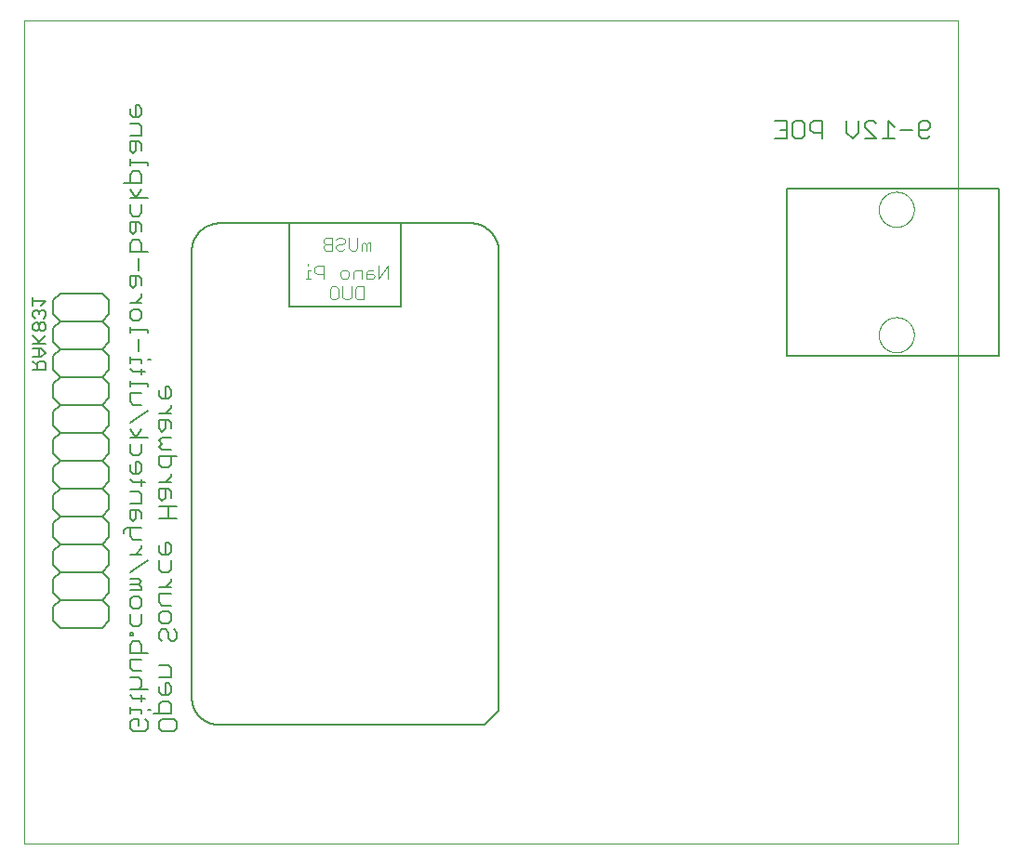
<source format=gbo>
G75*
%MOIN*%
%OFA0B0*%
%FSLAX25Y25*%
%IPPOS*%
%LPD*%
%AMOC8*
5,1,8,0,0,1.08239X$1,22.5*
%
%ADD10C,0.00000*%
%ADD11C,0.00600*%
%ADD12C,0.00500*%
%ADD13C,0.00800*%
%ADD14C,0.00400*%
D10*
X0021800Y0006800D02*
X0021800Y0302076D01*
X0356446Y0302076D01*
X0356446Y0006800D01*
X0021800Y0006800D01*
X0328001Y0189300D02*
X0328003Y0189458D01*
X0328009Y0189616D01*
X0328019Y0189774D01*
X0328033Y0189932D01*
X0328051Y0190089D01*
X0328072Y0190246D01*
X0328098Y0190402D01*
X0328128Y0190558D01*
X0328161Y0190713D01*
X0328199Y0190866D01*
X0328240Y0191019D01*
X0328285Y0191171D01*
X0328334Y0191322D01*
X0328387Y0191471D01*
X0328443Y0191619D01*
X0328503Y0191765D01*
X0328567Y0191910D01*
X0328635Y0192053D01*
X0328706Y0192195D01*
X0328780Y0192335D01*
X0328858Y0192472D01*
X0328940Y0192608D01*
X0329024Y0192742D01*
X0329113Y0192873D01*
X0329204Y0193002D01*
X0329299Y0193129D01*
X0329396Y0193254D01*
X0329497Y0193376D01*
X0329601Y0193495D01*
X0329708Y0193612D01*
X0329818Y0193726D01*
X0329931Y0193837D01*
X0330046Y0193946D01*
X0330164Y0194051D01*
X0330285Y0194153D01*
X0330408Y0194253D01*
X0330534Y0194349D01*
X0330662Y0194442D01*
X0330792Y0194532D01*
X0330925Y0194618D01*
X0331060Y0194702D01*
X0331196Y0194781D01*
X0331335Y0194858D01*
X0331476Y0194930D01*
X0331618Y0195000D01*
X0331762Y0195065D01*
X0331908Y0195127D01*
X0332055Y0195185D01*
X0332204Y0195240D01*
X0332354Y0195291D01*
X0332505Y0195338D01*
X0332657Y0195381D01*
X0332810Y0195420D01*
X0332965Y0195456D01*
X0333120Y0195487D01*
X0333276Y0195515D01*
X0333432Y0195539D01*
X0333589Y0195559D01*
X0333747Y0195575D01*
X0333904Y0195587D01*
X0334063Y0195595D01*
X0334221Y0195599D01*
X0334379Y0195599D01*
X0334537Y0195595D01*
X0334696Y0195587D01*
X0334853Y0195575D01*
X0335011Y0195559D01*
X0335168Y0195539D01*
X0335324Y0195515D01*
X0335480Y0195487D01*
X0335635Y0195456D01*
X0335790Y0195420D01*
X0335943Y0195381D01*
X0336095Y0195338D01*
X0336246Y0195291D01*
X0336396Y0195240D01*
X0336545Y0195185D01*
X0336692Y0195127D01*
X0336838Y0195065D01*
X0336982Y0195000D01*
X0337124Y0194930D01*
X0337265Y0194858D01*
X0337404Y0194781D01*
X0337540Y0194702D01*
X0337675Y0194618D01*
X0337808Y0194532D01*
X0337938Y0194442D01*
X0338066Y0194349D01*
X0338192Y0194253D01*
X0338315Y0194153D01*
X0338436Y0194051D01*
X0338554Y0193946D01*
X0338669Y0193837D01*
X0338782Y0193726D01*
X0338892Y0193612D01*
X0338999Y0193495D01*
X0339103Y0193376D01*
X0339204Y0193254D01*
X0339301Y0193129D01*
X0339396Y0193002D01*
X0339487Y0192873D01*
X0339576Y0192742D01*
X0339660Y0192608D01*
X0339742Y0192472D01*
X0339820Y0192335D01*
X0339894Y0192195D01*
X0339965Y0192053D01*
X0340033Y0191910D01*
X0340097Y0191765D01*
X0340157Y0191619D01*
X0340213Y0191471D01*
X0340266Y0191322D01*
X0340315Y0191171D01*
X0340360Y0191019D01*
X0340401Y0190866D01*
X0340439Y0190713D01*
X0340472Y0190558D01*
X0340502Y0190402D01*
X0340528Y0190246D01*
X0340549Y0190089D01*
X0340567Y0189932D01*
X0340581Y0189774D01*
X0340591Y0189616D01*
X0340597Y0189458D01*
X0340599Y0189300D01*
X0340597Y0189142D01*
X0340591Y0188984D01*
X0340581Y0188826D01*
X0340567Y0188668D01*
X0340549Y0188511D01*
X0340528Y0188354D01*
X0340502Y0188198D01*
X0340472Y0188042D01*
X0340439Y0187887D01*
X0340401Y0187734D01*
X0340360Y0187581D01*
X0340315Y0187429D01*
X0340266Y0187278D01*
X0340213Y0187129D01*
X0340157Y0186981D01*
X0340097Y0186835D01*
X0340033Y0186690D01*
X0339965Y0186547D01*
X0339894Y0186405D01*
X0339820Y0186265D01*
X0339742Y0186128D01*
X0339660Y0185992D01*
X0339576Y0185858D01*
X0339487Y0185727D01*
X0339396Y0185598D01*
X0339301Y0185471D01*
X0339204Y0185346D01*
X0339103Y0185224D01*
X0338999Y0185105D01*
X0338892Y0184988D01*
X0338782Y0184874D01*
X0338669Y0184763D01*
X0338554Y0184654D01*
X0338436Y0184549D01*
X0338315Y0184447D01*
X0338192Y0184347D01*
X0338066Y0184251D01*
X0337938Y0184158D01*
X0337808Y0184068D01*
X0337675Y0183982D01*
X0337540Y0183898D01*
X0337404Y0183819D01*
X0337265Y0183742D01*
X0337124Y0183670D01*
X0336982Y0183600D01*
X0336838Y0183535D01*
X0336692Y0183473D01*
X0336545Y0183415D01*
X0336396Y0183360D01*
X0336246Y0183309D01*
X0336095Y0183262D01*
X0335943Y0183219D01*
X0335790Y0183180D01*
X0335635Y0183144D01*
X0335480Y0183113D01*
X0335324Y0183085D01*
X0335168Y0183061D01*
X0335011Y0183041D01*
X0334853Y0183025D01*
X0334696Y0183013D01*
X0334537Y0183005D01*
X0334379Y0183001D01*
X0334221Y0183001D01*
X0334063Y0183005D01*
X0333904Y0183013D01*
X0333747Y0183025D01*
X0333589Y0183041D01*
X0333432Y0183061D01*
X0333276Y0183085D01*
X0333120Y0183113D01*
X0332965Y0183144D01*
X0332810Y0183180D01*
X0332657Y0183219D01*
X0332505Y0183262D01*
X0332354Y0183309D01*
X0332204Y0183360D01*
X0332055Y0183415D01*
X0331908Y0183473D01*
X0331762Y0183535D01*
X0331618Y0183600D01*
X0331476Y0183670D01*
X0331335Y0183742D01*
X0331196Y0183819D01*
X0331060Y0183898D01*
X0330925Y0183982D01*
X0330792Y0184068D01*
X0330662Y0184158D01*
X0330534Y0184251D01*
X0330408Y0184347D01*
X0330285Y0184447D01*
X0330164Y0184549D01*
X0330046Y0184654D01*
X0329931Y0184763D01*
X0329818Y0184874D01*
X0329708Y0184988D01*
X0329601Y0185105D01*
X0329497Y0185224D01*
X0329396Y0185346D01*
X0329299Y0185471D01*
X0329204Y0185598D01*
X0329113Y0185727D01*
X0329024Y0185858D01*
X0328940Y0185992D01*
X0328858Y0186128D01*
X0328780Y0186265D01*
X0328706Y0186405D01*
X0328635Y0186547D01*
X0328567Y0186690D01*
X0328503Y0186835D01*
X0328443Y0186981D01*
X0328387Y0187129D01*
X0328334Y0187278D01*
X0328285Y0187429D01*
X0328240Y0187581D01*
X0328199Y0187734D01*
X0328161Y0187887D01*
X0328128Y0188042D01*
X0328098Y0188198D01*
X0328072Y0188354D01*
X0328051Y0188511D01*
X0328033Y0188668D01*
X0328019Y0188826D01*
X0328009Y0188984D01*
X0328003Y0189142D01*
X0328001Y0189300D01*
X0328001Y0234300D02*
X0328003Y0234458D01*
X0328009Y0234616D01*
X0328019Y0234774D01*
X0328033Y0234932D01*
X0328051Y0235089D01*
X0328072Y0235246D01*
X0328098Y0235402D01*
X0328128Y0235558D01*
X0328161Y0235713D01*
X0328199Y0235866D01*
X0328240Y0236019D01*
X0328285Y0236171D01*
X0328334Y0236322D01*
X0328387Y0236471D01*
X0328443Y0236619D01*
X0328503Y0236765D01*
X0328567Y0236910D01*
X0328635Y0237053D01*
X0328706Y0237195D01*
X0328780Y0237335D01*
X0328858Y0237472D01*
X0328940Y0237608D01*
X0329024Y0237742D01*
X0329113Y0237873D01*
X0329204Y0238002D01*
X0329299Y0238129D01*
X0329396Y0238254D01*
X0329497Y0238376D01*
X0329601Y0238495D01*
X0329708Y0238612D01*
X0329818Y0238726D01*
X0329931Y0238837D01*
X0330046Y0238946D01*
X0330164Y0239051D01*
X0330285Y0239153D01*
X0330408Y0239253D01*
X0330534Y0239349D01*
X0330662Y0239442D01*
X0330792Y0239532D01*
X0330925Y0239618D01*
X0331060Y0239702D01*
X0331196Y0239781D01*
X0331335Y0239858D01*
X0331476Y0239930D01*
X0331618Y0240000D01*
X0331762Y0240065D01*
X0331908Y0240127D01*
X0332055Y0240185D01*
X0332204Y0240240D01*
X0332354Y0240291D01*
X0332505Y0240338D01*
X0332657Y0240381D01*
X0332810Y0240420D01*
X0332965Y0240456D01*
X0333120Y0240487D01*
X0333276Y0240515D01*
X0333432Y0240539D01*
X0333589Y0240559D01*
X0333747Y0240575D01*
X0333904Y0240587D01*
X0334063Y0240595D01*
X0334221Y0240599D01*
X0334379Y0240599D01*
X0334537Y0240595D01*
X0334696Y0240587D01*
X0334853Y0240575D01*
X0335011Y0240559D01*
X0335168Y0240539D01*
X0335324Y0240515D01*
X0335480Y0240487D01*
X0335635Y0240456D01*
X0335790Y0240420D01*
X0335943Y0240381D01*
X0336095Y0240338D01*
X0336246Y0240291D01*
X0336396Y0240240D01*
X0336545Y0240185D01*
X0336692Y0240127D01*
X0336838Y0240065D01*
X0336982Y0240000D01*
X0337124Y0239930D01*
X0337265Y0239858D01*
X0337404Y0239781D01*
X0337540Y0239702D01*
X0337675Y0239618D01*
X0337808Y0239532D01*
X0337938Y0239442D01*
X0338066Y0239349D01*
X0338192Y0239253D01*
X0338315Y0239153D01*
X0338436Y0239051D01*
X0338554Y0238946D01*
X0338669Y0238837D01*
X0338782Y0238726D01*
X0338892Y0238612D01*
X0338999Y0238495D01*
X0339103Y0238376D01*
X0339204Y0238254D01*
X0339301Y0238129D01*
X0339396Y0238002D01*
X0339487Y0237873D01*
X0339576Y0237742D01*
X0339660Y0237608D01*
X0339742Y0237472D01*
X0339820Y0237335D01*
X0339894Y0237195D01*
X0339965Y0237053D01*
X0340033Y0236910D01*
X0340097Y0236765D01*
X0340157Y0236619D01*
X0340213Y0236471D01*
X0340266Y0236322D01*
X0340315Y0236171D01*
X0340360Y0236019D01*
X0340401Y0235866D01*
X0340439Y0235713D01*
X0340472Y0235558D01*
X0340502Y0235402D01*
X0340528Y0235246D01*
X0340549Y0235089D01*
X0340567Y0234932D01*
X0340581Y0234774D01*
X0340591Y0234616D01*
X0340597Y0234458D01*
X0340599Y0234300D01*
X0340597Y0234142D01*
X0340591Y0233984D01*
X0340581Y0233826D01*
X0340567Y0233668D01*
X0340549Y0233511D01*
X0340528Y0233354D01*
X0340502Y0233198D01*
X0340472Y0233042D01*
X0340439Y0232887D01*
X0340401Y0232734D01*
X0340360Y0232581D01*
X0340315Y0232429D01*
X0340266Y0232278D01*
X0340213Y0232129D01*
X0340157Y0231981D01*
X0340097Y0231835D01*
X0340033Y0231690D01*
X0339965Y0231547D01*
X0339894Y0231405D01*
X0339820Y0231265D01*
X0339742Y0231128D01*
X0339660Y0230992D01*
X0339576Y0230858D01*
X0339487Y0230727D01*
X0339396Y0230598D01*
X0339301Y0230471D01*
X0339204Y0230346D01*
X0339103Y0230224D01*
X0338999Y0230105D01*
X0338892Y0229988D01*
X0338782Y0229874D01*
X0338669Y0229763D01*
X0338554Y0229654D01*
X0338436Y0229549D01*
X0338315Y0229447D01*
X0338192Y0229347D01*
X0338066Y0229251D01*
X0337938Y0229158D01*
X0337808Y0229068D01*
X0337675Y0228982D01*
X0337540Y0228898D01*
X0337404Y0228819D01*
X0337265Y0228742D01*
X0337124Y0228670D01*
X0336982Y0228600D01*
X0336838Y0228535D01*
X0336692Y0228473D01*
X0336545Y0228415D01*
X0336396Y0228360D01*
X0336246Y0228309D01*
X0336095Y0228262D01*
X0335943Y0228219D01*
X0335790Y0228180D01*
X0335635Y0228144D01*
X0335480Y0228113D01*
X0335324Y0228085D01*
X0335168Y0228061D01*
X0335011Y0228041D01*
X0334853Y0228025D01*
X0334696Y0228013D01*
X0334537Y0228005D01*
X0334379Y0228001D01*
X0334221Y0228001D01*
X0334063Y0228005D01*
X0333904Y0228013D01*
X0333747Y0228025D01*
X0333589Y0228041D01*
X0333432Y0228061D01*
X0333276Y0228085D01*
X0333120Y0228113D01*
X0332965Y0228144D01*
X0332810Y0228180D01*
X0332657Y0228219D01*
X0332505Y0228262D01*
X0332354Y0228309D01*
X0332204Y0228360D01*
X0332055Y0228415D01*
X0331908Y0228473D01*
X0331762Y0228535D01*
X0331618Y0228600D01*
X0331476Y0228670D01*
X0331335Y0228742D01*
X0331196Y0228819D01*
X0331060Y0228898D01*
X0330925Y0228982D01*
X0330792Y0229068D01*
X0330662Y0229158D01*
X0330534Y0229251D01*
X0330408Y0229347D01*
X0330285Y0229447D01*
X0330164Y0229549D01*
X0330046Y0229654D01*
X0329931Y0229763D01*
X0329818Y0229874D01*
X0329708Y0229988D01*
X0329601Y0230105D01*
X0329497Y0230224D01*
X0329396Y0230346D01*
X0329299Y0230471D01*
X0329204Y0230598D01*
X0329113Y0230727D01*
X0329024Y0230858D01*
X0328940Y0230992D01*
X0328858Y0231128D01*
X0328780Y0231265D01*
X0328706Y0231405D01*
X0328635Y0231547D01*
X0328567Y0231690D01*
X0328503Y0231835D01*
X0328443Y0231981D01*
X0328387Y0232129D01*
X0328334Y0232278D01*
X0328285Y0232429D01*
X0328240Y0232581D01*
X0328199Y0232734D01*
X0328161Y0232887D01*
X0328128Y0233042D01*
X0328098Y0233198D01*
X0328072Y0233354D01*
X0328051Y0233511D01*
X0328033Y0233668D01*
X0328019Y0233826D01*
X0328009Y0233984D01*
X0328003Y0234142D01*
X0328001Y0234300D01*
D11*
X0327164Y0259600D02*
X0322893Y0259600D01*
X0320718Y0261735D02*
X0318583Y0259600D01*
X0316448Y0261735D01*
X0316448Y0266005D01*
X0320718Y0266005D02*
X0320718Y0261735D01*
X0322893Y0263870D02*
X0322893Y0264938D01*
X0323961Y0266005D01*
X0326096Y0266005D01*
X0327164Y0264938D01*
X0322893Y0263870D02*
X0327164Y0259600D01*
X0329339Y0259600D02*
X0333609Y0259600D01*
X0331474Y0259600D02*
X0331474Y0266005D01*
X0333609Y0263870D01*
X0335784Y0262803D02*
X0340055Y0262803D01*
X0342230Y0262803D02*
X0345432Y0262803D01*
X0346500Y0263870D01*
X0346500Y0264938D01*
X0345432Y0266005D01*
X0343297Y0266005D01*
X0342230Y0264938D01*
X0342230Y0260668D01*
X0343297Y0259600D01*
X0345432Y0259600D01*
X0346500Y0260668D01*
X0307827Y0261735D02*
X0304624Y0261735D01*
X0303557Y0262803D01*
X0303557Y0264938D01*
X0304624Y0266005D01*
X0307827Y0266005D01*
X0307827Y0259600D01*
X0301382Y0260668D02*
X0300314Y0259600D01*
X0298179Y0259600D01*
X0297111Y0260668D01*
X0297111Y0264938D01*
X0298179Y0266005D01*
X0300314Y0266005D01*
X0301382Y0264938D01*
X0301382Y0260668D01*
X0294936Y0259600D02*
X0290666Y0259600D01*
X0292801Y0262803D02*
X0294936Y0262803D01*
X0294936Y0266005D02*
X0290666Y0266005D01*
X0294936Y0266005D02*
X0294936Y0259600D01*
X0076505Y0145904D02*
X0070100Y0145904D01*
X0070100Y0142702D01*
X0071168Y0141634D01*
X0073303Y0141634D01*
X0074370Y0142702D01*
X0074370Y0145904D01*
X0074370Y0148079D02*
X0071168Y0148079D01*
X0070100Y0149147D01*
X0071168Y0150215D01*
X0070100Y0151282D01*
X0071168Y0152350D01*
X0074370Y0152350D01*
X0074370Y0155593D02*
X0074370Y0157728D01*
X0073303Y0158795D01*
X0070100Y0158795D01*
X0070100Y0155593D01*
X0071168Y0154525D01*
X0072235Y0155593D01*
X0072235Y0158795D01*
X0072235Y0160970D02*
X0074370Y0163106D01*
X0074370Y0164173D01*
X0073303Y0166342D02*
X0074370Y0167409D01*
X0074370Y0169544D01*
X0073303Y0170612D01*
X0072235Y0170612D01*
X0072235Y0166342D01*
X0071168Y0166342D02*
X0073303Y0166342D01*
X0071168Y0166342D02*
X0070100Y0167409D01*
X0070100Y0169544D01*
X0066005Y0170639D02*
X0066005Y0171706D01*
X0059600Y0171706D01*
X0059600Y0170639D02*
X0059600Y0172774D01*
X0059600Y0168464D02*
X0063870Y0168464D01*
X0059600Y0168464D02*
X0059600Y0165261D01*
X0060668Y0164193D01*
X0063870Y0164193D01*
X0066005Y0162018D02*
X0059600Y0157748D01*
X0059600Y0155579D02*
X0061735Y0152376D01*
X0063870Y0155579D01*
X0066005Y0152376D02*
X0059600Y0152376D01*
X0059600Y0150201D02*
X0059600Y0146999D01*
X0060668Y0145931D01*
X0062803Y0145931D01*
X0063870Y0146999D01*
X0063870Y0150201D01*
X0062803Y0143756D02*
X0061735Y0143756D01*
X0061735Y0139485D01*
X0060668Y0139485D02*
X0062803Y0139485D01*
X0063870Y0140553D01*
X0063870Y0142688D01*
X0062803Y0143756D01*
X0059600Y0142688D02*
X0059600Y0140553D01*
X0060668Y0139485D01*
X0059600Y0137324D02*
X0060668Y0136256D01*
X0064938Y0136256D01*
X0063870Y0135188D02*
X0063870Y0137324D01*
X0062803Y0133013D02*
X0059600Y0133013D01*
X0062803Y0133013D02*
X0063870Y0131946D01*
X0063870Y0128743D01*
X0059600Y0128743D01*
X0059600Y0126568D02*
X0059600Y0123365D01*
X0060668Y0122297D01*
X0061735Y0123365D01*
X0061735Y0126568D01*
X0062803Y0126568D02*
X0059600Y0126568D01*
X0062803Y0126568D02*
X0063870Y0125500D01*
X0063870Y0123365D01*
X0063870Y0120122D02*
X0058532Y0120122D01*
X0057465Y0119055D01*
X0057465Y0117987D01*
X0059600Y0116920D02*
X0059600Y0120122D01*
X0059600Y0116920D02*
X0060668Y0115852D01*
X0063870Y0115852D01*
X0063870Y0113683D02*
X0063870Y0112616D01*
X0061735Y0110481D01*
X0059600Y0110481D02*
X0063870Y0110481D01*
X0066005Y0108306D02*
X0059600Y0104035D01*
X0059600Y0101860D02*
X0062803Y0101860D01*
X0063870Y0100792D01*
X0062803Y0099725D01*
X0059600Y0099725D01*
X0059600Y0097590D02*
X0063870Y0097590D01*
X0063870Y0098657D01*
X0062803Y0099725D01*
X0062803Y0095415D02*
X0063870Y0094347D01*
X0063870Y0092212D01*
X0062803Y0091144D01*
X0060668Y0091144D01*
X0059600Y0092212D01*
X0059600Y0094347D01*
X0060668Y0095415D01*
X0062803Y0095415D01*
X0063870Y0088969D02*
X0063870Y0085766D01*
X0062803Y0084699D01*
X0060668Y0084699D01*
X0059600Y0085766D01*
X0059600Y0088969D01*
X0059600Y0082544D02*
X0059600Y0081476D01*
X0060668Y0081476D01*
X0060668Y0082544D01*
X0059600Y0082544D01*
X0060668Y0079301D02*
X0062803Y0079301D01*
X0063870Y0078233D01*
X0063870Y0075030D01*
X0066005Y0075030D02*
X0059600Y0075030D01*
X0059600Y0078233D01*
X0060668Y0079301D01*
X0059600Y0072855D02*
X0063870Y0072855D01*
X0059600Y0072855D02*
X0059600Y0069653D01*
X0060668Y0068585D01*
X0063870Y0068585D01*
X0062803Y0066410D02*
X0059600Y0066410D01*
X0062803Y0066410D02*
X0063870Y0065342D01*
X0063870Y0063207D01*
X0062803Y0062139D01*
X0063870Y0059978D02*
X0063870Y0057842D01*
X0064938Y0058910D02*
X0060668Y0058910D01*
X0059600Y0059978D01*
X0059600Y0062139D02*
X0066005Y0062139D01*
X0070100Y0063194D02*
X0070100Y0061059D01*
X0071168Y0059991D01*
X0073303Y0059991D01*
X0074370Y0061059D01*
X0074370Y0063194D01*
X0073303Y0064261D01*
X0072235Y0064261D01*
X0072235Y0059991D01*
X0071168Y0057816D02*
X0070100Y0056748D01*
X0070100Y0053545D01*
X0067965Y0053545D02*
X0074370Y0053545D01*
X0074370Y0056748D01*
X0073303Y0057816D01*
X0071168Y0057816D01*
X0067073Y0054613D02*
X0066005Y0054613D01*
X0063870Y0054613D02*
X0059600Y0054613D01*
X0059600Y0053545D02*
X0059600Y0055681D01*
X0063870Y0054613D02*
X0063870Y0053545D01*
X0062803Y0051370D02*
X0062803Y0049235D01*
X0062803Y0051370D02*
X0060668Y0051370D01*
X0059600Y0050303D01*
X0059600Y0048168D01*
X0060668Y0047100D01*
X0064938Y0047100D01*
X0066005Y0048168D01*
X0066005Y0050303D01*
X0064938Y0051370D01*
X0070100Y0050303D02*
X0070100Y0048168D01*
X0071168Y0047100D01*
X0075438Y0047100D01*
X0076505Y0048168D01*
X0076505Y0050303D01*
X0075438Y0051370D01*
X0071168Y0051370D01*
X0070100Y0050303D01*
X0070100Y0066436D02*
X0074370Y0066436D01*
X0074370Y0069639D01*
X0073303Y0070707D01*
X0070100Y0070707D01*
X0071168Y0079327D02*
X0070100Y0080395D01*
X0070100Y0082530D01*
X0071168Y0083598D01*
X0072235Y0083598D01*
X0073303Y0082530D01*
X0073303Y0080395D01*
X0074370Y0079327D01*
X0075438Y0079327D01*
X0076505Y0080395D01*
X0076505Y0082530D01*
X0075438Y0083598D01*
X0073303Y0085773D02*
X0074370Y0086841D01*
X0074370Y0088976D01*
X0073303Y0090043D01*
X0071168Y0090043D01*
X0070100Y0088976D01*
X0070100Y0086841D01*
X0071168Y0085773D01*
X0073303Y0085773D01*
X0074370Y0092218D02*
X0071168Y0092218D01*
X0070100Y0093286D01*
X0070100Y0096489D01*
X0074370Y0096489D01*
X0074370Y0098664D02*
X0070100Y0098664D01*
X0072235Y0098664D02*
X0074370Y0100799D01*
X0074370Y0101867D01*
X0073303Y0104035D02*
X0071168Y0104035D01*
X0070100Y0105103D01*
X0070100Y0108306D01*
X0071168Y0110481D02*
X0070100Y0111548D01*
X0070100Y0113683D01*
X0072235Y0114751D02*
X0072235Y0110481D01*
X0071168Y0110481D02*
X0073303Y0110481D01*
X0074370Y0111548D01*
X0074370Y0113683D01*
X0073303Y0114751D01*
X0072235Y0114751D01*
X0074370Y0108306D02*
X0074370Y0105103D01*
X0073303Y0104035D01*
X0073303Y0123372D02*
X0073303Y0127642D01*
X0071168Y0129817D02*
X0070100Y0130885D01*
X0070100Y0134088D01*
X0073303Y0134088D01*
X0074370Y0133020D01*
X0074370Y0130885D01*
X0072235Y0130885D02*
X0072235Y0134088D01*
X0072235Y0136263D02*
X0074370Y0138398D01*
X0074370Y0139465D01*
X0074370Y0136263D02*
X0070100Y0136263D01*
X0072235Y0130885D02*
X0071168Y0129817D01*
X0070100Y0127642D02*
X0076505Y0127642D01*
X0076505Y0123372D02*
X0070100Y0123372D01*
X0052115Y0121662D02*
X0052115Y0116662D01*
X0049615Y0114162D01*
X0034615Y0114162D01*
X0032115Y0111662D01*
X0032115Y0106662D01*
X0034615Y0104162D01*
X0049615Y0104162D01*
X0052115Y0106662D01*
X0052115Y0111662D01*
X0049615Y0114162D01*
X0052115Y0121662D02*
X0049615Y0124162D01*
X0034615Y0124162D01*
X0032115Y0121662D01*
X0032115Y0116662D01*
X0034615Y0114162D01*
X0034615Y0104162D02*
X0032115Y0101662D01*
X0032115Y0096662D01*
X0034615Y0094162D01*
X0032115Y0091662D01*
X0032115Y0086662D01*
X0034615Y0084162D01*
X0049615Y0084162D01*
X0052115Y0086662D01*
X0052115Y0091662D01*
X0049615Y0094162D01*
X0034615Y0094162D01*
X0049615Y0094162D02*
X0052115Y0096662D01*
X0052115Y0101662D01*
X0049615Y0104162D01*
X0049615Y0124162D02*
X0052115Y0126662D01*
X0052115Y0131662D01*
X0049615Y0134162D01*
X0034615Y0134162D01*
X0032115Y0131662D01*
X0032115Y0126662D01*
X0034615Y0124162D01*
X0034615Y0134162D02*
X0032115Y0136662D01*
X0032115Y0141662D01*
X0034615Y0144162D01*
X0049615Y0144162D01*
X0052115Y0141662D01*
X0052115Y0136662D01*
X0049615Y0134162D01*
X0049615Y0144162D02*
X0052115Y0146662D01*
X0052115Y0151662D01*
X0049615Y0154162D01*
X0034615Y0154162D01*
X0032115Y0151662D01*
X0032115Y0146662D01*
X0034615Y0144162D01*
X0034615Y0154162D02*
X0032115Y0156662D01*
X0032115Y0161662D01*
X0034615Y0164162D01*
X0049615Y0164162D01*
X0052115Y0161662D01*
X0052115Y0156662D01*
X0049615Y0154162D01*
X0049615Y0164162D02*
X0052115Y0166662D01*
X0052115Y0171662D01*
X0049615Y0174162D01*
X0034615Y0174162D01*
X0032115Y0171662D01*
X0032115Y0166662D01*
X0034615Y0164162D01*
X0034615Y0174162D02*
X0032115Y0176662D01*
X0032115Y0181662D01*
X0034615Y0184162D01*
X0049615Y0184162D01*
X0052115Y0181662D01*
X0052115Y0176662D01*
X0049615Y0174162D01*
X0049615Y0184162D02*
X0052115Y0186662D01*
X0052115Y0191662D01*
X0049615Y0194162D01*
X0034615Y0194162D01*
X0032115Y0191662D01*
X0032115Y0186662D01*
X0034615Y0184162D01*
X0034615Y0194162D02*
X0032115Y0196662D01*
X0032115Y0201662D01*
X0034615Y0204162D01*
X0049615Y0204162D01*
X0052115Y0201662D01*
X0052115Y0196662D01*
X0049615Y0194162D01*
X0059600Y0195340D02*
X0060668Y0194272D01*
X0062803Y0194272D01*
X0063870Y0195340D01*
X0063870Y0197475D01*
X0062803Y0198542D01*
X0060668Y0198542D01*
X0059600Y0197475D01*
X0059600Y0195340D01*
X0059600Y0192110D02*
X0059600Y0189975D01*
X0059600Y0191043D02*
X0066005Y0191043D01*
X0066005Y0189975D01*
X0062803Y0187800D02*
X0062803Y0183530D01*
X0063870Y0180300D02*
X0059600Y0180300D01*
X0059600Y0179233D02*
X0059600Y0181368D01*
X0059600Y0177071D02*
X0060668Y0176003D01*
X0064938Y0176003D01*
X0063870Y0174936D02*
X0063870Y0177071D01*
X0063870Y0179233D02*
X0063870Y0180300D01*
X0066005Y0180300D02*
X0067073Y0180300D01*
X0070100Y0160970D02*
X0074370Y0160970D01*
X0063870Y0200718D02*
X0059600Y0200718D01*
X0061735Y0200718D02*
X0063870Y0202853D01*
X0063870Y0203920D01*
X0063870Y0207156D02*
X0063870Y0209292D01*
X0062803Y0210359D01*
X0059600Y0210359D01*
X0059600Y0207156D01*
X0060668Y0206089D01*
X0061735Y0207156D01*
X0061735Y0210359D01*
X0062803Y0212534D02*
X0062803Y0216805D01*
X0063870Y0218980D02*
X0063870Y0222183D01*
X0062803Y0223250D01*
X0060668Y0223250D01*
X0059600Y0222183D01*
X0059600Y0218980D01*
X0066005Y0218980D01*
X0063870Y0226493D02*
X0063870Y0228628D01*
X0062803Y0229696D01*
X0059600Y0229696D01*
X0059600Y0226493D01*
X0060668Y0225425D01*
X0061735Y0226493D01*
X0061735Y0229696D01*
X0060668Y0231871D02*
X0059600Y0232938D01*
X0059600Y0236141D01*
X0059600Y0238316D02*
X0066005Y0238316D01*
X0063870Y0236141D02*
X0063870Y0232938D01*
X0062803Y0231871D01*
X0060668Y0231871D01*
X0061735Y0238316D02*
X0063870Y0241519D01*
X0063870Y0243688D02*
X0063870Y0246890D01*
X0062803Y0247958D01*
X0060668Y0247958D01*
X0059600Y0246890D01*
X0059600Y0243688D01*
X0057465Y0243688D02*
X0063870Y0243688D01*
X0059600Y0241519D02*
X0061735Y0238316D01*
X0059600Y0250133D02*
X0059600Y0252268D01*
X0059600Y0251201D02*
X0066005Y0251201D01*
X0066005Y0250133D01*
X0063870Y0255498D02*
X0063870Y0257633D01*
X0062803Y0258700D01*
X0059600Y0258700D01*
X0059600Y0255498D01*
X0060668Y0254430D01*
X0061735Y0255498D01*
X0061735Y0258700D01*
X0059600Y0260876D02*
X0063870Y0260876D01*
X0063870Y0264078D01*
X0062803Y0265146D01*
X0059600Y0265146D01*
X0060668Y0267321D02*
X0062803Y0267321D01*
X0063870Y0268389D01*
X0063870Y0270524D01*
X0062803Y0271591D01*
X0061735Y0271591D01*
X0061735Y0267321D01*
X0060668Y0267321D02*
X0059600Y0268389D01*
X0059600Y0270524D01*
D12*
X0091800Y0229300D02*
X0116800Y0229300D01*
X0116800Y0199300D01*
X0156800Y0199300D01*
X0156800Y0229300D01*
X0181800Y0229300D01*
X0182042Y0229297D01*
X0182283Y0229288D01*
X0182524Y0229274D01*
X0182765Y0229253D01*
X0183005Y0229227D01*
X0183245Y0229195D01*
X0183484Y0229157D01*
X0183721Y0229114D01*
X0183958Y0229064D01*
X0184193Y0229009D01*
X0184427Y0228949D01*
X0184659Y0228882D01*
X0184890Y0228811D01*
X0185119Y0228733D01*
X0185346Y0228650D01*
X0185571Y0228562D01*
X0185794Y0228468D01*
X0186014Y0228369D01*
X0186232Y0228264D01*
X0186447Y0228155D01*
X0186660Y0228040D01*
X0186870Y0227920D01*
X0187076Y0227795D01*
X0187280Y0227665D01*
X0187481Y0227530D01*
X0187678Y0227390D01*
X0187872Y0227246D01*
X0188062Y0227097D01*
X0188248Y0226943D01*
X0188431Y0226785D01*
X0188610Y0226623D01*
X0188785Y0226456D01*
X0188956Y0226285D01*
X0189123Y0226110D01*
X0189285Y0225931D01*
X0189443Y0225748D01*
X0189597Y0225562D01*
X0189746Y0225372D01*
X0189890Y0225178D01*
X0190030Y0224981D01*
X0190165Y0224780D01*
X0190295Y0224576D01*
X0190420Y0224370D01*
X0190540Y0224160D01*
X0190655Y0223947D01*
X0190764Y0223732D01*
X0190869Y0223514D01*
X0190968Y0223294D01*
X0191062Y0223071D01*
X0191150Y0222846D01*
X0191233Y0222619D01*
X0191311Y0222390D01*
X0191382Y0222159D01*
X0191449Y0221927D01*
X0191509Y0221693D01*
X0191564Y0221458D01*
X0191614Y0221221D01*
X0191657Y0220984D01*
X0191695Y0220745D01*
X0191727Y0220505D01*
X0191753Y0220265D01*
X0191774Y0220024D01*
X0191788Y0219783D01*
X0191797Y0219542D01*
X0191800Y0219300D01*
X0191800Y0054300D01*
X0186800Y0049300D01*
X0091800Y0049300D01*
X0091558Y0049303D01*
X0091317Y0049312D01*
X0091076Y0049326D01*
X0090835Y0049347D01*
X0090595Y0049373D01*
X0090355Y0049405D01*
X0090116Y0049443D01*
X0089879Y0049486D01*
X0089642Y0049536D01*
X0089407Y0049591D01*
X0089173Y0049651D01*
X0088941Y0049718D01*
X0088710Y0049789D01*
X0088481Y0049867D01*
X0088254Y0049950D01*
X0088029Y0050038D01*
X0087806Y0050132D01*
X0087586Y0050231D01*
X0087368Y0050336D01*
X0087153Y0050445D01*
X0086940Y0050560D01*
X0086730Y0050680D01*
X0086524Y0050805D01*
X0086320Y0050935D01*
X0086119Y0051070D01*
X0085922Y0051210D01*
X0085728Y0051354D01*
X0085538Y0051503D01*
X0085352Y0051657D01*
X0085169Y0051815D01*
X0084990Y0051977D01*
X0084815Y0052144D01*
X0084644Y0052315D01*
X0084477Y0052490D01*
X0084315Y0052669D01*
X0084157Y0052852D01*
X0084003Y0053038D01*
X0083854Y0053228D01*
X0083710Y0053422D01*
X0083570Y0053619D01*
X0083435Y0053820D01*
X0083305Y0054024D01*
X0083180Y0054230D01*
X0083060Y0054440D01*
X0082945Y0054653D01*
X0082836Y0054868D01*
X0082731Y0055086D01*
X0082632Y0055306D01*
X0082538Y0055529D01*
X0082450Y0055754D01*
X0082367Y0055981D01*
X0082289Y0056210D01*
X0082218Y0056441D01*
X0082151Y0056673D01*
X0082091Y0056907D01*
X0082036Y0057142D01*
X0081986Y0057379D01*
X0081943Y0057616D01*
X0081905Y0057855D01*
X0081873Y0058095D01*
X0081847Y0058335D01*
X0081826Y0058576D01*
X0081812Y0058817D01*
X0081803Y0059058D01*
X0081800Y0059300D01*
X0081800Y0219300D01*
X0081803Y0219542D01*
X0081812Y0219783D01*
X0081826Y0220024D01*
X0081847Y0220265D01*
X0081873Y0220505D01*
X0081905Y0220745D01*
X0081943Y0220984D01*
X0081986Y0221221D01*
X0082036Y0221458D01*
X0082091Y0221693D01*
X0082151Y0221927D01*
X0082218Y0222159D01*
X0082289Y0222390D01*
X0082367Y0222619D01*
X0082450Y0222846D01*
X0082538Y0223071D01*
X0082632Y0223294D01*
X0082731Y0223514D01*
X0082836Y0223732D01*
X0082945Y0223947D01*
X0083060Y0224160D01*
X0083180Y0224370D01*
X0083305Y0224576D01*
X0083435Y0224780D01*
X0083570Y0224981D01*
X0083710Y0225178D01*
X0083854Y0225372D01*
X0084003Y0225562D01*
X0084157Y0225748D01*
X0084315Y0225931D01*
X0084477Y0226110D01*
X0084644Y0226285D01*
X0084815Y0226456D01*
X0084990Y0226623D01*
X0085169Y0226785D01*
X0085352Y0226943D01*
X0085538Y0227097D01*
X0085728Y0227246D01*
X0085922Y0227390D01*
X0086119Y0227530D01*
X0086320Y0227665D01*
X0086524Y0227795D01*
X0086730Y0227920D01*
X0086940Y0228040D01*
X0087153Y0228155D01*
X0087368Y0228264D01*
X0087586Y0228369D01*
X0087806Y0228468D01*
X0088029Y0228562D01*
X0088254Y0228650D01*
X0088481Y0228733D01*
X0088710Y0228811D01*
X0088941Y0228882D01*
X0089173Y0228949D01*
X0089407Y0229009D01*
X0089642Y0229064D01*
X0089879Y0229114D01*
X0090116Y0229157D01*
X0090355Y0229195D01*
X0090595Y0229227D01*
X0090835Y0229253D01*
X0091076Y0229274D01*
X0091317Y0229288D01*
X0091558Y0229297D01*
X0091800Y0229300D01*
X0116800Y0229300D02*
X0156800Y0229300D01*
X0029369Y0201309D02*
X0027868Y0199808D01*
X0027868Y0198207D02*
X0027117Y0197456D01*
X0026366Y0198207D01*
X0025616Y0198207D01*
X0024865Y0197456D01*
X0024865Y0195955D01*
X0025616Y0195204D01*
X0025616Y0193603D02*
X0024865Y0192852D01*
X0024865Y0191351D01*
X0025616Y0190600D01*
X0026366Y0190600D01*
X0027117Y0191351D01*
X0027117Y0192852D01*
X0026366Y0193603D01*
X0025616Y0193603D01*
X0027117Y0192852D02*
X0027868Y0193603D01*
X0028618Y0193603D01*
X0029369Y0192852D01*
X0029369Y0191351D01*
X0028618Y0190600D01*
X0027868Y0190600D01*
X0027117Y0191351D01*
X0029369Y0188999D02*
X0026366Y0185996D01*
X0027117Y0186747D02*
X0024865Y0188999D01*
X0024865Y0185996D02*
X0029369Y0185996D01*
X0027868Y0184395D02*
X0024865Y0184395D01*
X0027117Y0184395D02*
X0027117Y0181393D01*
X0027868Y0181393D02*
X0029369Y0182894D01*
X0027868Y0184395D01*
X0027868Y0181393D02*
X0024865Y0181393D01*
X0024865Y0179791D02*
X0026366Y0178290D01*
X0026366Y0179041D02*
X0026366Y0176789D01*
X0024865Y0176789D02*
X0029369Y0176789D01*
X0029369Y0179041D01*
X0028618Y0179791D01*
X0027117Y0179791D01*
X0026366Y0179041D01*
X0028618Y0195204D02*
X0029369Y0195955D01*
X0029369Y0197456D01*
X0028618Y0198207D01*
X0027868Y0198207D01*
X0027117Y0197456D02*
X0027117Y0196706D01*
X0024865Y0199808D02*
X0024865Y0202811D01*
X0024865Y0201309D02*
X0029369Y0201309D01*
D13*
X0294930Y0181800D02*
X0370914Y0181800D01*
X0370914Y0241800D01*
X0294930Y0241800D01*
X0294930Y0181800D01*
D14*
X0151946Y0209500D02*
X0151946Y0214104D01*
X0148877Y0209500D01*
X0148877Y0214104D01*
X0146575Y0212569D02*
X0145041Y0212569D01*
X0144273Y0211802D01*
X0144273Y0209500D01*
X0146575Y0209500D01*
X0147343Y0210267D01*
X0146575Y0211035D01*
X0144273Y0211035D01*
X0142739Y0212569D02*
X0140437Y0212569D01*
X0139669Y0211802D01*
X0139669Y0209500D01*
X0138135Y0210267D02*
X0137367Y0209500D01*
X0135833Y0209500D01*
X0135065Y0210267D01*
X0135065Y0211802D01*
X0135833Y0212569D01*
X0137367Y0212569D01*
X0138135Y0211802D01*
X0138135Y0210267D01*
X0142739Y0209500D02*
X0142739Y0212569D01*
X0143506Y0206604D02*
X0141204Y0206604D01*
X0140437Y0205837D01*
X0140437Y0202767D01*
X0141204Y0202000D01*
X0143506Y0202000D01*
X0143506Y0206604D01*
X0138902Y0206604D02*
X0138902Y0202767D01*
X0138135Y0202000D01*
X0136600Y0202000D01*
X0135833Y0202767D01*
X0135833Y0206604D01*
X0134298Y0205837D02*
X0134298Y0202767D01*
X0133531Y0202000D01*
X0131996Y0202000D01*
X0131229Y0202767D01*
X0131229Y0205837D01*
X0131996Y0206604D01*
X0133531Y0206604D01*
X0134298Y0205837D01*
X0128927Y0209500D02*
X0128927Y0214104D01*
X0126625Y0214104D01*
X0125858Y0213337D01*
X0125858Y0211802D01*
X0126625Y0211035D01*
X0128927Y0211035D01*
X0124323Y0212569D02*
X0123556Y0212569D01*
X0123556Y0209500D01*
X0124323Y0209500D02*
X0122788Y0209500D01*
X0123556Y0214104D02*
X0123556Y0214871D01*
X0128927Y0220267D02*
X0129694Y0219500D01*
X0131996Y0219500D01*
X0131996Y0224104D01*
X0129694Y0224104D01*
X0128927Y0223337D01*
X0128927Y0222569D01*
X0129694Y0221802D01*
X0131996Y0221802D01*
X0133531Y0221035D02*
X0133531Y0220267D01*
X0134298Y0219500D01*
X0135833Y0219500D01*
X0136600Y0220267D01*
X0138135Y0220267D02*
X0138135Y0224104D01*
X0136600Y0223337D02*
X0136600Y0222569D01*
X0135833Y0221802D01*
X0134298Y0221802D01*
X0133531Y0221035D01*
X0133531Y0223337D02*
X0134298Y0224104D01*
X0135833Y0224104D01*
X0136600Y0223337D01*
X0138135Y0220267D02*
X0138902Y0219500D01*
X0140437Y0219500D01*
X0141204Y0220267D01*
X0141204Y0224104D01*
X0143506Y0222569D02*
X0142739Y0221802D01*
X0142739Y0219500D01*
X0144273Y0219500D02*
X0144273Y0221802D01*
X0143506Y0222569D01*
X0144273Y0221802D02*
X0145041Y0222569D01*
X0145808Y0222569D01*
X0145808Y0219500D01*
X0129694Y0221802D02*
X0128927Y0221035D01*
X0128927Y0220267D01*
M02*

</source>
